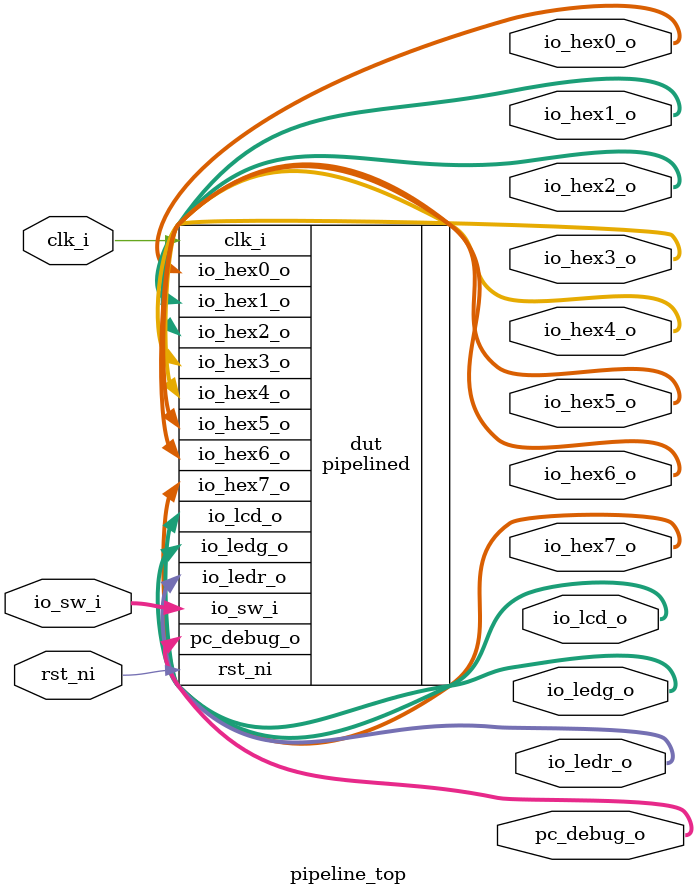
<source format=sv>
module pipeline_top (
	input logic clk_i,
	input logic rst_ni, 
	input logic [31:0] io_sw_i,
	output logic [12:0] pc_debug_o, 
	output logic [31:0] io_lcd_o,
	output logic [31:0] io_ledr_o,
	output logic [31:0] io_ledg_o,
	output logic [6:0] io_hex0_o,
	output logic [6:0] io_hex1_o,
	output logic [31:0] io_hex2_o,
	output logic [31:0] io_hex3_o,
	output logic [31:0] io_hex4_o,
	output logic [31:0] io_hex5_o,
	output logic [31:0] io_hex6_o,
	output logic [31:0] io_hex7_o
	);
	
	pipelined dut (
	.clk_i(clk_i),
	.rst_ni(rst_ni), 
	.io_sw_i(io_sw_i),
	.pc_debug_o(pc_debug_o),
	.io_lcd_o(io_lcd_o),
	.io_ledr_o(io_ledr_o),
	.io_ledg_o(io_ledg_o),
	.io_hex0_o(io_hex0_o),
	.io_hex1_o(io_hex1_o),
	.io_hex2_o(io_hex2_o),
	.io_hex3_o(io_hex3_o),
	.io_hex4_o(io_hex4_o),
	.io_hex5_o(io_hex5_o),
	.io_hex6_o(io_hex6_o),
	.io_hex7_o(io_hex7_o)
	);
endmodule

</source>
